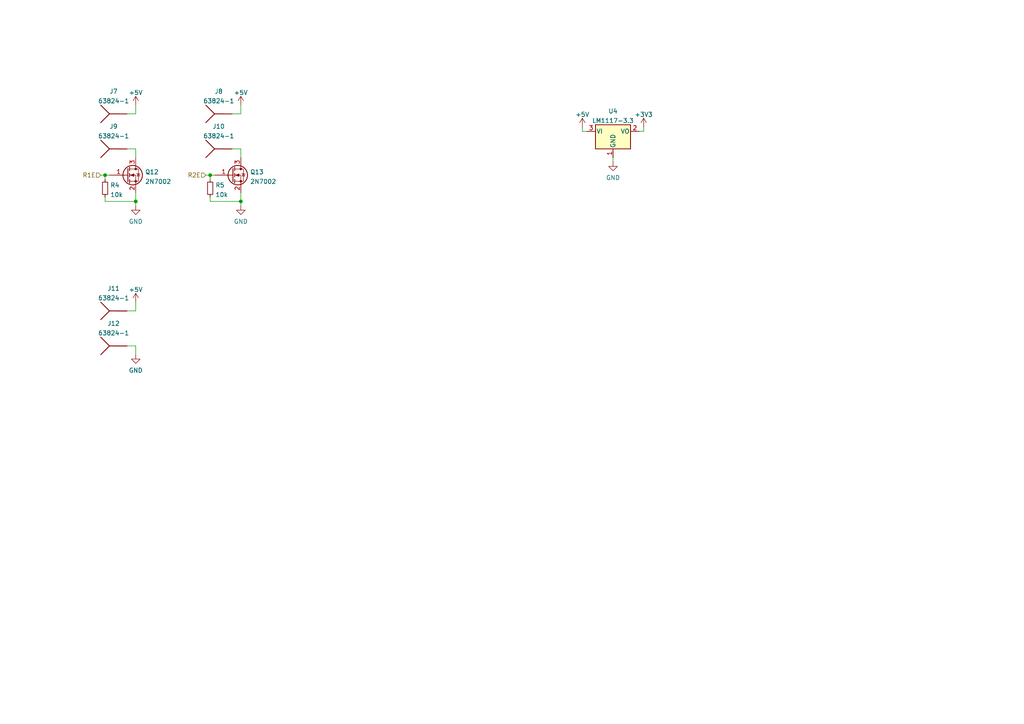
<source format=kicad_sch>
(kicad_sch (version 20210621) (generator eeschema)
  (paper "A4")
  (lib_symbols
    (symbol "2N7002_1" (pin_names (offset 0) hide)
      (property "Reference" "Q" (at 5.08 1.905 0))
      (property "Value" "2N7002_1" (at 5.08 0 0))
      (symbol "2N7002_1_0_1"
        (polyline (pts (xy 0.762 -1.778) (xy 2.54 -1.778)))
        (polyline (pts (xy 0.762 -1.27) (xy 0.762 -2.286)) (stroke (width 0.254)))
        (polyline (pts (xy 0.762 0) (xy 2.54 0)))
        (polyline (pts (xy 0.762 0.508) (xy 0.762 -0.508)) (stroke (width 0.254)))
        (polyline (pts (xy 0.762 1.778) (xy 2.54 1.778)))
        (polyline (pts (xy 0.762 2.286) (xy 0.762 1.27)) (stroke (width 0.254)))
        (polyline (pts (xy 2.54 -1.778) (xy 2.54 -2.54)))
        (polyline (pts (xy 2.54 -1.778) (xy 2.54 0)))
        (polyline (pts (xy 2.54 2.54) (xy 2.54 1.778)))
        (polyline (pts (xy 0.254 1.905) (xy 0.254 -1.905) (xy 0.254 -1.905)) (stroke (width 0.254)))
        (polyline (pts (xy 1.016 0) (xy 2.032 0.381) (xy 2.032 -0.381) (xy 1.016 0)) (fill (type outline)))
        (polyline (pts (xy 2.54 -1.778) (xy 3.302 -1.778) (xy 3.302 1.778) (xy 2.54 1.778)))
        (polyline (pts (xy 2.794 0.508) (xy 2.921 0.381) (xy 3.683 0.381) (xy 3.81 0.254)))
        (polyline (pts (xy 3.302 0.381) (xy 2.921 -0.254) (xy 3.683 -0.254) (xy 3.302 0.381)))
        (circle (center 1.651 0) (radius 2.8194) (stroke (width 0.254)) (stroke (width 0.254)))
        (circle (center 2.54 -1.778) (radius 0.2794) (fill (type outline)))
        (circle (center 2.54 1.778) (radius 0.2794) (fill (type outline)))
      )
      (symbol "2N7002_1_1_1"
        (pin input line (at -5.08 0 0) (length 5.334) (name "G") (number "1"))
        (pin passive line (at 2.54 -5.08 90) (length 2.54) (name "S") (number "2"))
        (pin passive line (at 2.54 5.08 270) (length 2.54) (name "D") (number "3"))
      )
    )
    (symbol "Device:R_Small" (pin_numbers hide) (pin_names (offset 0.254) hide)
      (property "Reference" "R" (at 0.762 0.508 0))
      (property "Value" "R_Small" (at 0.762 -1.016 0))
      (symbol "R_Small_0_1"
        (rectangle (start -0.762 1.778) (end 0.762 -1.778) (stroke (width 0.2032)))
      )
      (symbol "R_Small_1_1"
        (pin passive line (at 0 2.54 270) (length 0.762) (name "~") (number "1"))
        (pin passive line (at 0 -2.54 90) (length 0.762) (name "~") (number "2"))
      )
    )
    (symbol "Personal:63824-1" (pin_numbers hide) (pin_names (offset 1.016) hide)
      (property "Reference" "J" (at -3.048 3.048 0))
      (property "Value" "63824-1" (at -3.048 -4.826 0))
      (symbol "63824-1_0_0"
        (polyline (pts (xy 0 0) (xy -2.54 -2.54)) (stroke (width 0.254)))
        (polyline (pts (xy 0 0) (xy -2.54 2.54)) (stroke (width 0.254)))
        (polyline (pts (xy 2.54 0) (xy 0 0)) (stroke (width 0.254)))
        (pin passive line (at 5.08 0 180) (length 2.54) (name "~") (number "1"))
        (pin passive line (at 5.08 0 180) (length 2.54) (name "~") (number "2"))
      )
    )
    (symbol "Regulator_Linear:LM1117-3.3" (pin_names (offset 0.254))
      (property "Reference" "U" (at -3.81 3.175 0))
      (property "Value" "LM1117-3.3" (at 0 3.175 0))
      (symbol "LM1117-3.3_0_1"
        (rectangle (start -5.08 -5.08) (end 5.08 1.905) (stroke (width 0.254)) (fill (type background)))
      )
      (symbol "LM1117-3.3_1_1"
        (pin power_in line (at 0 -7.62 90) (length 2.54) (name "GND") (number "1"))
        (pin power_out line (at 7.62 0 180) (length 2.54) (name "VO") (number "2"))
        (pin power_in line (at -7.62 0 0) (length 2.54) (name "VI") (number "3"))
      )
    )
    (symbol "Transistor_FET:2N7002" (pin_names (offset 0) hide)
      (property "Reference" "Q" (at 5.08 1.905 0))
      (property "Value" "2N7002" (at 5.08 0 0))
      (symbol "2N7002_0_1"
        (polyline (pts (xy 0.762 -1.778) (xy 2.54 -1.778)))
        (polyline (pts (xy 0.762 -1.27) (xy 0.762 -2.286)) (stroke (width 0.254)))
        (polyline (pts (xy 0.762 0) (xy 2.54 0)))
        (polyline (pts (xy 0.762 0.508) (xy 0.762 -0.508)) (stroke (width 0.254)))
        (polyline (pts (xy 0.762 1.778) (xy 2.54 1.778)))
        (polyline (pts (xy 0.762 2.286) (xy 0.762 1.27)) (stroke (width 0.254)))
        (polyline (pts (xy 2.54 -1.778) (xy 2.54 -2.54)))
        (polyline (pts (xy 2.54 -1.778) (xy 2.54 0)))
        (polyline (pts (xy 2.54 2.54) (xy 2.54 1.778)))
        (polyline (pts (xy 0.254 1.905) (xy 0.254 -1.905) (xy 0.254 -1.905)) (stroke (width 0.254)))
        (polyline (pts (xy 1.016 0) (xy 2.032 0.381) (xy 2.032 -0.381) (xy 1.016 0)) (fill (type outline)))
        (polyline (pts (xy 2.54 -1.778) (xy 3.302 -1.778) (xy 3.302 1.778) (xy 2.54 1.778)))
        (polyline (pts (xy 2.794 0.508) (xy 2.921 0.381) (xy 3.683 0.381) (xy 3.81 0.254)))
        (polyline (pts (xy 3.302 0.381) (xy 2.921 -0.254) (xy 3.683 -0.254) (xy 3.302 0.381)))
        (circle (center 1.651 0) (radius 2.8194) (stroke (width 0.254)) (stroke (width 0.254)))
        (circle (center 2.54 -1.778) (radius 0.2794) (fill (type outline)))
        (circle (center 2.54 1.778) (radius 0.2794) (fill (type outline)))
      )
      (symbol "2N7002_1_1"
        (pin input line (at -5.08 0 0) (length 5.334) (name "G") (number "1"))
        (pin passive line (at 2.54 -5.08 90) (length 2.54) (name "S") (number "2"))
        (pin passive line (at 2.54 5.08 270) (length 2.54) (name "D") (number "3"))
      )
    )
    (symbol "power:+3V3" (power) (pin_names (offset 0))
      (property "Value" "+3V3" (at 0 3.556 0))
      (symbol "+3V3_0_1"
        (polyline (pts (xy -0.762 1.27) (xy 0 2.54)))
        (polyline (pts (xy 0 0) (xy 0 2.54)))
        (polyline (pts (xy 0 2.54) (xy 0.762 1.27)))
      )
      (symbol "+3V3_1_1"
        (pin power_in line (at 0 0 90) (length 0) hide (name "+3V3") (number "1"))
      )
    )
    (symbol "power:+5V" (power) (pin_names (offset 0))
      (property "Value" "+5V" (at 0 3.556 0))
      (symbol "+5V_0_1"
        (polyline (pts (xy -0.762 1.27) (xy 0 2.54)))
        (polyline (pts (xy 0 0) (xy 0 2.54)))
        (polyline (pts (xy 0 2.54) (xy 0.762 1.27)))
      )
      (symbol "+5V_1_1"
        (pin power_in line (at 0 0 90) (length 0) hide (name "+5V") (number "1"))
      )
    )
    (symbol "power:GND" (power) (pin_names (offset 0))
      (property "Value" "GND" (at 0 -3.81 0))
      (symbol "GND_0_1"
        (polyline (pts (xy 0 0) (xy 0 -1.27) (xy 1.27 -1.27) (xy 0 -2.54) (xy -1.27 -1.27) (xy 0 -1.27)))
      )
      (symbol "GND_1_1"
        (pin power_in line (at 0 0 270) (length 0) hide (name "GND") (number "1"))
      )
    )
  )
  (junction (at 30.48 50.8))
  (junction (at 39.37 58.42))
  (junction (at 60.96 50.8))
  (junction (at 69.85 58.42))
  (wire (pts (xy 29.21 50.8) (xy 30.48 50.8)))
  (wire (pts (xy 30.48 50.8) (xy 30.48 52.07)))
  (wire (pts (xy 30.48 50.8) (xy 31.75 50.8)))
  (wire (pts (xy 30.48 57.15) (xy 30.48 58.42)))
  (wire (pts (xy 30.48 58.42) (xy 39.37 58.42)))
  (wire (pts (xy 36.83 33.02) (xy 39.37 33.02)))
  (wire (pts (xy 36.83 43.18) (xy 39.37 43.18)))
  (wire (pts (xy 36.83 90.17) (xy 39.37 90.17)))
  (wire (pts (xy 36.83 100.33) (xy 39.37 100.33)))
  (wire (pts (xy 39.37 30.48) (xy 39.37 33.02)))
  (wire (pts (xy 39.37 43.18) (xy 39.37 45.72)))
  (wire (pts (xy 39.37 55.88) (xy 39.37 58.42)))
  (wire (pts (xy 39.37 58.42) (xy 39.37 59.69)))
  (wire (pts (xy 39.37 90.17) (xy 39.37 87.63)))
  (wire (pts (xy 39.37 100.33) (xy 39.37 102.87)))
  (wire (pts (xy 59.69 50.8) (xy 60.96 50.8)))
  (wire (pts (xy 60.96 50.8) (xy 60.96 52.07)))
  (wire (pts (xy 60.96 50.8) (xy 62.23 50.8)))
  (wire (pts (xy 60.96 57.15) (xy 60.96 58.42)))
  (wire (pts (xy 60.96 58.42) (xy 69.85 58.42)))
  (wire (pts (xy 67.31 33.02) (xy 69.85 33.02)))
  (wire (pts (xy 67.31 43.18) (xy 69.85 43.18)))
  (wire (pts (xy 69.85 30.48) (xy 69.85 33.02)))
  (wire (pts (xy 69.85 43.18) (xy 69.85 45.72)))
  (wire (pts (xy 69.85 55.88) (xy 69.85 58.42)))
  (wire (pts (xy 69.85 58.42) (xy 69.85 59.69)))
  (wire (pts (xy 168.91 38.1) (xy 168.91 36.83)))
  (wire (pts (xy 170.18 38.1) (xy 168.91 38.1)))
  (wire (pts (xy 177.8 45.72) (xy 177.8 46.99)))
  (wire (pts (xy 185.42 38.1) (xy 186.69 38.1)))
  (wire (pts (xy 186.69 38.1) (xy 186.69 36.83)))
  (hierarchical_label "R1E" (shape input) (at 29.21 50.8 180))
  (hierarchical_label "R2E" (shape input) (at 59.69 50.8 180))
  (symbol (lib_id "power:+5V") (at 39.37 30.48 0) (unit 1)
    (property "Reference" "#PWR030" (effects hide))
    (property "Value" "+5V" (at 39.37 26.8755 0))
  )
  (symbol (lib_id "power:+5V") (at 39.37 87.63 0) (unit 1)
    (property "Reference" "#PWR032" (effects hide))
    (property "Value" "+5V" (at 39.37 84.0255 0))
  )
  (symbol (lib_id "power:+5V") (at 69.85 30.48 0) (unit 1)
    (property "Reference" "#PWR031" (effects hide))
    (property "Value" "+5V" (at 69.85 26.8755 0))
  )
  (symbol (lib_id "power:+5V") (at 168.91 36.83 0) (unit 1)
    (property "Reference" "#PWR036" (effects hide))
    (property "Value" "+5V" (at 168.91 33.2255 0))
  )
  (symbol (lib_id "power:+3V3") (at 186.69 36.83 0) (unit 1)
    (property "Reference" "#PWR037" (effects hide))
    (property "Value" "+3V3" (at 186.69 33.2255 0))
  )
  (symbol (lib_id "power:GND") (at 39.37 59.69 0) (unit 1)
    (property "Reference" "#PWR034" (effects hide))
    (property "Value" "GND" (at 39.37 64.2524 0))
  )
  (symbol (lib_id "power:GND") (at 39.37 102.87 0) (unit 1)
    (property "Reference" "#PWR033" (effects hide))
    (property "Value" "GND" (at 39.37 107.4324 0))
  )
  (symbol (lib_id "power:GND") (at 69.85 59.69 0) (unit 1)
    (property "Reference" "#PWR035" (effects hide))
    (property "Value" "GND" (at 69.85 64.2524 0))
  )
  (symbol (lib_id "power:GND") (at 177.8 46.99 0) (unit 1)
    (property "Reference" "#PWR038" (effects hide))
    (property "Value" "GND" (at 177.8 51.5524 0))
  )
  (symbol (lib_id "Device:R_Small") (at 30.48 54.61 0) (unit 1)
    (property "Reference" "R4" (at 31.9786 53.7015 0) (effects (justify left)))
    (property "Value" "10k" (at 31.9786 56.4766 0) (effects (justify left)))
    (property "Footprint" "Resistor_SMD:R_0603_1608Metric" (effects hide))
  )
  (symbol (lib_id "Device:R_Small") (at 60.96 54.61 0) (unit 1)
    (property "Reference" "R5" (at 62.4586 53.7015 0) (effects (justify left)))
    (property "Value" "10k" (at 62.4586 56.4766 0) (effects (justify left)))
    (property "Footprint" "Resistor_SMD:R_0603_1608Metric" (effects hide))
  )
  (symbol (lib_id "Personal:63824-1") (at 31.75 33.02 0) (unit 1)
    (property "Reference" "J7" (at 32.9565 26.5135 0))
    (property "Value" "63824-1" (at 32.9565 29.2886 0))
    (property "Footprint" "Personal:CONN_63824-1" (effects hide))
    (property "EU_RoHS_Compliance" "Compliant" (effects hide))
    (property "Comment" "63824-1" (effects hide))
  )
  (symbol (lib_id "Personal:63824-1") (at 31.75 43.18 0) (unit 1)
    (property "Reference" "J9" (at 32.9565 36.6735 0))
    (property "Value" "63824-1" (at 32.9565 39.4486 0))
    (property "Footprint" "Personal:CONN_63824-1" (effects hide))
    (property "EU_RoHS_Compliance" "Compliant" (effects hide))
    (property "Comment" "63824-1" (effects hide))
  )
  (symbol (lib_id "Personal:63824-1") (at 31.75 90.17 0) (unit 1)
    (property "Reference" "J11" (at 32.9565 83.6635 0))
    (property "Value" "63824-1" (at 32.9565 86.4386 0))
    (property "Footprint" "Personal:CONN_63824-1" (effects hide))
    (property "EU_RoHS_Compliance" "Compliant" (effects hide))
    (property "Comment" "63824-1" (effects hide))
  )
  (symbol (lib_id "Personal:63824-1") (at 31.75 100.33 0) (unit 1)
    (property "Reference" "J12" (at 32.9565 93.8235 0))
    (property "Value" "63824-1" (at 32.9565 96.5986 0))
    (property "Footprint" "Personal:CONN_63824-1" (effects hide))
    (property "EU_RoHS_Compliance" "Compliant" (effects hide))
    (property "Comment" "63824-1" (effects hide))
  )
  (symbol (lib_id "Personal:63824-1") (at 62.23 33.02 0) (unit 1)
    (property "Reference" "J8" (at 63.4365 26.5135 0))
    (property "Value" "63824-1" (at 63.4365 29.2886 0))
    (property "Footprint" "Personal:CONN_63824-1" (effects hide))
    (property "EU_RoHS_Compliance" "Compliant" (effects hide))
    (property "Comment" "63824-1" (effects hide))
  )
  (symbol (lib_id "Personal:63824-1") (at 62.23 43.18 0) (unit 1)
    (property "Reference" "J10" (at 63.4365 36.6735 0))
    (property "Value" "63824-1" (at 63.4365 39.4486 0))
    (property "Footprint" "Personal:CONN_63824-1" (effects hide))
    (property "EU_RoHS_Compliance" "Compliant" (effects hide))
    (property "Comment" "63824-1" (effects hide))
  )
  (symbol (lib_name "2N7002_1") (lib_id "Transistor_FET:2N7002") (at 36.83 50.8 0) (unit 1)
    (property "Reference" "Q12" (at 42.0624 49.8915 0) (effects (justify left)))
    (property "Value" "2N7002" (at 42.0624 52.6666 0) (effects (justify left)))
    (property "Footprint" "Package_TO_SOT_SMD:SOT-23" (effects hide))
    (property "Datasheet" "https://www.fairchildsemi.com/datasheets/2N/2N7002.pdf" (effects hide))
  )
  (symbol (lib_id "Transistor_FET:2N7002") (at 67.31 50.8 0) (unit 1)
    (property "Reference" "Q13" (at 72.5424 49.8915 0) (effects (justify left)))
    (property "Value" "2N7002" (at 72.5424 52.6666 0) (effects (justify left)))
    (property "Footprint" "Package_TO_SOT_SMD:SOT-23" (effects hide))
    (property "Datasheet" "https://www.fairchildsemi.com/datasheets/2N/2N7002.pdf" (effects hide))
  )
  (symbol (lib_id "Regulator_Linear:LM1117-3.3") (at 177.8 38.1 0) (unit 1)
    (property "Reference" "U4" (at 177.8 32.2284 0))
    (property "Value" "LM1117-3.3" (at 177.8 35.0035 0))
    (property "Footprint" "Package_TO_SOT_SMD:SOT-223-3_TabPin2" (effects hide))
    (property "Datasheet" "http://www.ti.com/lit/ds/symlink/lm1117.pdf" (effects hide))
  )
)
</source>
